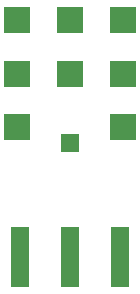
<source format=gbr>
%TF.GenerationSoftware,KiCad,Pcbnew,8.0.3*%
%TF.CreationDate,2024-10-28T17:10:34-04:00*%
%TF.ProjectId,PatchAntennaBreakout,50617463-6841-46e7-9465-6e6e61427265,rev?*%
%TF.SameCoordinates,Original*%
%TF.FileFunction,Paste,Top*%
%TF.FilePolarity,Positive*%
%FSLAX46Y46*%
G04 Gerber Fmt 4.6, Leading zero omitted, Abs format (unit mm)*
G04 Created by KiCad (PCBNEW 8.0.3) date 2024-10-28 17:10:34*
%MOMM*%
%LPD*%
G01*
G04 APERTURE LIST*
%ADD10R,1.500000X5.080000*%
%ADD11R,1.500000X1.500000*%
%ADD12R,2.300000X2.300000*%
G04 APERTURE END LIST*
D10*
%TO.C,J1*%
X137000000Y-101000000D03*
X141250000Y-101000000D03*
X132750000Y-101000000D03*
%TD*%
D11*
%TO.C,AE1*%
X137000000Y-91365000D03*
D12*
X132500000Y-89965000D03*
X141500000Y-89965000D03*
X132500000Y-85465000D03*
X137000000Y-85465000D03*
X141500000Y-85465000D03*
X132500000Y-80965000D03*
X137000000Y-80965000D03*
X141500000Y-80965000D03*
%TD*%
M02*

</source>
